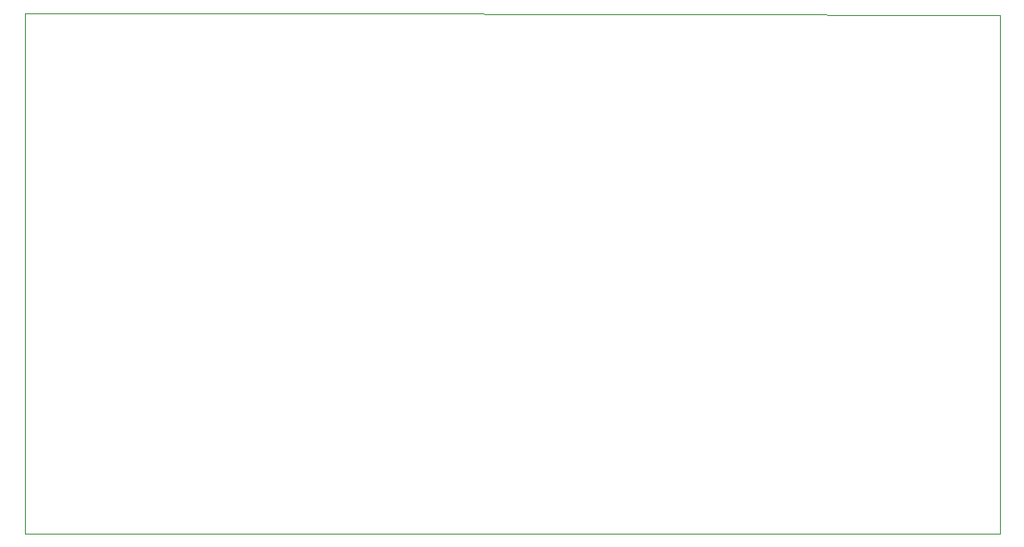
<source format=gm1>
G04 #@! TF.GenerationSoftware,KiCad,Pcbnew,(5.1.4)-1*
G04 #@! TF.CreationDate,2020-10-27T19:19:28+03:00*
G04 #@! TF.ProjectId,100_keyboard,3130305f-6b65-4796-926f-6172642e6b69,rev?*
G04 #@! TF.SameCoordinates,Original*
G04 #@! TF.FileFunction,Profile,NP*
%FSLAX46Y46*%
G04 Gerber Fmt 4.6, Leading zero omitted, Abs format (unit mm)*
G04 Created by KiCad (PCBNEW (5.1.4)-1) date 2020-10-27 19:19:28*
%MOMM*%
%LPD*%
G04 APERTURE LIST*
%ADD10C,0.050000*%
G04 APERTURE END LIST*
D10*
X134747000Y-85090000D02*
X42037000Y-85090000D01*
X134747000Y-35687000D02*
X69596000Y-35560000D01*
X134747000Y-85090000D02*
X134747000Y-35687000D01*
X42037000Y-35560000D02*
X42037000Y-85090000D01*
X69596000Y-35560000D02*
X42037000Y-35560000D01*
M02*

</source>
